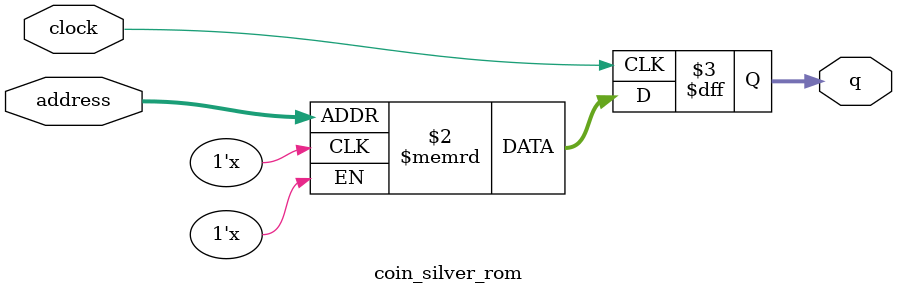
<source format=sv>
module coin_silver_rom (
	input logic clock,
	input logic [10:0] address,
	output logic [7:0] q
);

logic [7:0] memory [0:2047] /* synthesis ram_init_file = "./coin_silver/coin_silver.mif" */;

always_ff @ (posedge clock) begin
	q <= memory[address];
end

endmodule

</source>
